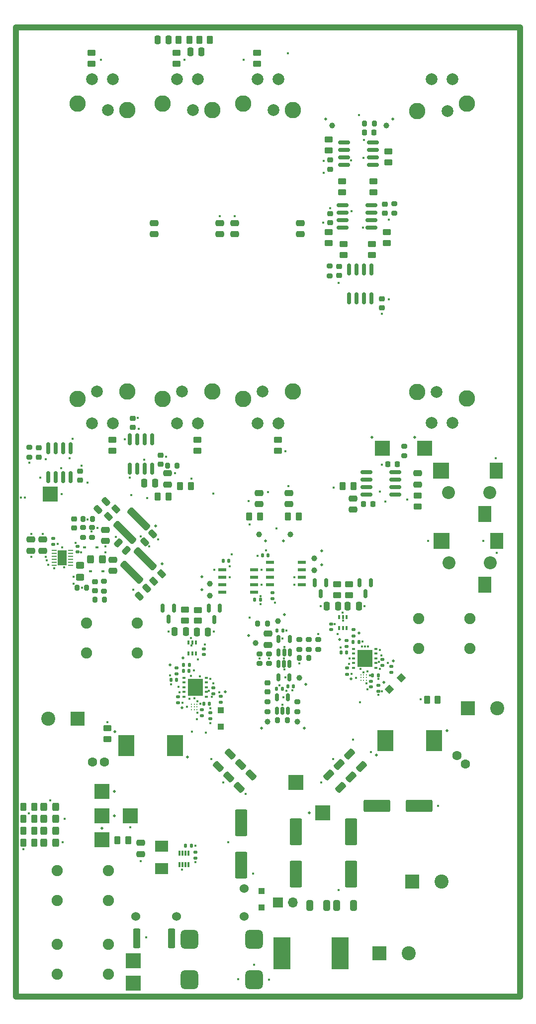
<source format=gbr>
%TF.GenerationSoftware,KiCad,Pcbnew,(6.0.7)*%
%TF.CreationDate,2023-01-25T09:18:12-05:00*%
%TF.ProjectId,amp,616d702e-6b69-4636-9164-5f7063625858,0.0*%
%TF.SameCoordinates,Original*%
%TF.FileFunction,Soldermask,Top*%
%TF.FilePolarity,Negative*%
%FSLAX46Y46*%
G04 Gerber Fmt 4.6, Leading zero omitted, Abs format (unit mm)*
G04 Created by KiCad (PCBNEW (6.0.7)) date 2023-01-25 09:18:12*
%MOMM*%
%LPD*%
G01*
G04 APERTURE LIST*
G04 Aperture macros list*
%AMRoundRect*
0 Rectangle with rounded corners*
0 $1 Rounding radius*
0 $2 $3 $4 $5 $6 $7 $8 $9 X,Y pos of 4 corners*
0 Add a 4 corners polygon primitive as box body*
4,1,4,$2,$3,$4,$5,$6,$7,$8,$9,$2,$3,0*
0 Add four circle primitives for the rounded corners*
1,1,$1+$1,$2,$3*
1,1,$1+$1,$4,$5*
1,1,$1+$1,$6,$7*
1,1,$1+$1,$8,$9*
0 Add four rect primitives between the rounded corners*
20,1,$1+$1,$2,$3,$4,$5,0*
20,1,$1+$1,$4,$5,$6,$7,0*
20,1,$1+$1,$6,$7,$8,$9,0*
20,1,$1+$1,$8,$9,$2,$3,0*%
%AMRotRect*
0 Rectangle, with rotation*
0 The origin of the aperture is its center*
0 $1 length*
0 $2 width*
0 $3 Rotation angle, in degrees counterclockwise*
0 Add horizontal line*
21,1,$1,$2,0,0,$3*%
G04 Aperture macros list end*
%TA.AperFunction,Profile*%
%ADD10C,1.000000*%
%TD*%
%ADD11R,2.500000X2.500000*%
%ADD12C,0.500000*%
%ADD13RoundRect,0.135000X-0.185000X0.135000X-0.185000X-0.135000X0.185000X-0.135000X0.185000X0.135000X0*%
%ADD14R,2.590800X2.997200*%
%ADD15R,0.609600X0.304800*%
%ADD16C,0.200000*%
%ADD17RoundRect,0.140000X0.140000X0.170000X-0.140000X0.170000X-0.140000X-0.170000X0.140000X-0.170000X0*%
%ADD18RoundRect,0.250000X0.450000X-0.262500X0.450000X0.262500X-0.450000X0.262500X-0.450000X-0.262500X0*%
%ADD19RoundRect,0.200000X-0.275000X0.200000X-0.275000X-0.200000X0.275000X-0.200000X0.275000X0.200000X0*%
%ADD20RoundRect,0.250001X-0.799999X1.999999X-0.799999X-1.999999X0.799999X-1.999999X0.799999X1.999999X0*%
%ADD21RoundRect,0.250000X-0.450000X0.325000X-0.450000X-0.325000X0.450000X-0.325000X0.450000X0.325000X0*%
%ADD22RoundRect,0.250000X-0.250000X-0.475000X0.250000X-0.475000X0.250000X0.475000X-0.250000X0.475000X0*%
%ADD23RoundRect,0.140000X-0.140000X-0.170000X0.140000X-0.170000X0.140000X0.170000X-0.140000X0.170000X0*%
%ADD24C,1.905000*%
%ADD25RoundRect,0.140000X0.170000X-0.140000X0.170000X0.140000X-0.170000X0.140000X-0.170000X-0.140000X0*%
%ADD26RoundRect,0.135000X0.185000X-0.135000X0.185000X0.135000X-0.185000X0.135000X-0.185000X-0.135000X0*%
%ADD27C,1.000000*%
%ADD28RoundRect,0.200000X0.200000X0.275000X-0.200000X0.275000X-0.200000X-0.275000X0.200000X-0.275000X0*%
%ADD29RoundRect,0.250000X0.475000X-0.250000X0.475000X0.250000X-0.475000X0.250000X-0.475000X-0.250000X0*%
%ADD30C,2.000000*%
%ADD31C,2.800000*%
%ADD32R,2.400000X2.400000*%
%ADD33C,2.400000*%
%ADD34RoundRect,0.225000X0.250000X-0.225000X0.250000X0.225000X-0.250000X0.225000X-0.250000X-0.225000X0*%
%ADD35RoundRect,0.250000X-0.132583X0.503814X-0.503814X0.132583X0.132583X-0.503814X0.503814X-0.132583X0*%
%ADD36RoundRect,0.250000X-0.475000X0.250000X-0.475000X-0.250000X0.475000X-0.250000X0.475000X0.250000X0*%
%ADD37RoundRect,0.250000X0.362500X1.425000X-0.362500X1.425000X-0.362500X-1.425000X0.362500X-1.425000X0*%
%ADD38RoundRect,0.150000X-0.150000X0.825000X-0.150000X-0.825000X0.150000X-0.825000X0.150000X0.825000X0*%
%ADD39RoundRect,0.200000X0.275000X-0.200000X0.275000X0.200000X-0.275000X0.200000X-0.275000X-0.200000X0*%
%ADD40RoundRect,0.250000X0.262500X0.450000X-0.262500X0.450000X-0.262500X-0.450000X0.262500X-0.450000X0*%
%ADD41R,0.400000X0.650000*%
%ADD42R,1.700000X1.700000*%
%ADD43O,1.700000X1.700000*%
%ADD44R,1.460500X0.533400*%
%ADD45RoundRect,0.150000X-0.150000X0.512500X-0.150000X-0.512500X0.150000X-0.512500X0.150000X0.512500X0*%
%ADD46RoundRect,0.250000X0.250000X0.475000X-0.250000X0.475000X-0.250000X-0.475000X0.250000X-0.475000X0*%
%ADD47RoundRect,0.250000X-0.325000X-0.450000X0.325000X-0.450000X0.325000X0.450000X-0.325000X0.450000X0*%
%ADD48RoundRect,0.140000X-0.170000X0.140000X-0.170000X-0.140000X0.170000X-0.140000X0.170000X0.140000X0*%
%ADD49RoundRect,0.312500X1.661701X-1.219759X-1.219759X1.661701X-1.661701X1.219759X1.219759X-1.661701X0*%
%ADD50RoundRect,0.200000X-0.200000X-0.275000X0.200000X-0.275000X0.200000X0.275000X-0.200000X0.275000X0*%
%ADD51RoundRect,0.250000X-0.450000X0.262500X-0.450000X-0.262500X0.450000X-0.262500X0.450000X0.262500X0*%
%ADD52RoundRect,0.150000X-0.150000X0.587500X-0.150000X-0.587500X0.150000X-0.587500X0.150000X0.587500X0*%
%ADD53RoundRect,0.250000X0.689429X0.229810X0.229810X0.689429X-0.689429X-0.229810X-0.229810X-0.689429X0*%
%ADD54RoundRect,0.250000X-0.159099X0.512652X-0.512652X0.159099X0.159099X-0.512652X0.512652X-0.159099X0*%
%ADD55RoundRect,0.250001X-1.999999X-0.799999X1.999999X-0.799999X1.999999X0.799999X-1.999999X0.799999X0*%
%ADD56RoundRect,0.225000X-0.250000X0.225000X-0.250000X-0.225000X0.250000X-0.225000X0.250000X0.225000X0*%
%ADD57R,0.300000X0.850000*%
%ADD58R,0.600000X0.450000*%
%ADD59C,1.524000*%
%ADD60RoundRect,0.250000X-0.262500X-0.450000X0.262500X-0.450000X0.262500X0.450000X-0.262500X0.450000X0*%
%ADD61C,2.209800*%
%ADD62R,2.209800X2.794000*%
%ADD63R,2.794000X2.794000*%
%ADD64RoundRect,0.135000X0.135000X0.185000X-0.135000X0.185000X-0.135000X-0.185000X0.135000X-0.185000X0*%
%ADD65RoundRect,0.250000X0.512652X0.159099X0.159099X0.512652X-0.512652X-0.159099X-0.159099X-0.512652X0*%
%ADD66RoundRect,0.150000X-0.825000X-0.150000X0.825000X-0.150000X0.825000X0.150000X-0.825000X0.150000X0*%
%ADD67C,1.600000*%
%ADD68R,2.286000X1.854500*%
%ADD69RoundRect,0.062500X0.362500X0.062500X-0.362500X0.062500X-0.362500X-0.062500X0.362500X-0.062500X0*%
%ADD70R,1.600000X2.500000*%
%ADD71RoundRect,0.225000X0.225000X0.250000X-0.225000X0.250000X-0.225000X-0.250000X0.225000X-0.250000X0*%
%ADD72R,2.900000X5.400000*%
%ADD73RoundRect,0.250000X-0.229810X0.689429X-0.689429X0.229810X0.229810X-0.689429X0.689429X-0.229810X0*%
%ADD74RoundRect,0.150000X0.150000X-0.825000X0.150000X0.825000X-0.150000X0.825000X-0.150000X-0.825000X0*%
%ADD75RoundRect,0.150000X0.150000X-0.512500X0.150000X0.512500X-0.150000X0.512500X-0.150000X-0.512500X0*%
%ADD76R,1.100000X1.100000*%
%ADD77RoundRect,0.750000X-0.750000X-0.875000X0.750000X-0.875000X0.750000X0.875000X-0.750000X0.875000X0*%
%ADD78R,2.700000X3.600000*%
%ADD79RotRect,1.100000X1.100000X225.000000*%
%ADD80RoundRect,0.250000X0.325000X0.450000X-0.325000X0.450000X-0.325000X-0.450000X0.325000X-0.450000X0*%
%ADD81RoundRect,0.250000X-0.325000X-0.650000X0.325000X-0.650000X0.325000X0.650000X-0.325000X0.650000X0*%
%ADD82RoundRect,0.250000X0.325000X0.650000X-0.325000X0.650000X-0.325000X-0.650000X0.325000X-0.650000X0*%
%ADD83C,0.400000*%
G04 APERTURE END LIST*
D10*
X161080000Y-150000000D02*
X247000000Y-150000000D01*
X247000000Y-150000000D02*
X247000000Y-314760000D01*
X247000000Y-314760000D02*
X161080000Y-314760000D01*
X161080000Y-314760000D02*
X161080000Y-150000000D01*
D11*
%TO.C,*%
X167000000Y-229300000D03*
%TD*%
D12*
%TO.C,REF\u002A\u002A*%
X219500000Y-252900000D03*
%TD*%
%TO.C,*%
X219500000Y-252900000D03*
%TD*%
%TO.C,REF\u002A\u002A*%
X187400000Y-258400000D03*
%TD*%
%TO.C,*%
X187400000Y-258400000D03*
%TD*%
%TO.C,REF\u002A\u002A*%
X216200000Y-254000000D03*
%TD*%
%TO.C,*%
X216200000Y-254000000D03*
%TD*%
%TO.C,REF\u002A\u002A*%
X189600000Y-257200000D03*
%TD*%
%TO.C,*%
X189600000Y-257200000D03*
%TD*%
%TO.C,REF\u002A\u002A*%
X225300000Y-165600000D03*
%TD*%
%TO.C,*%
X225300000Y-165600000D03*
%TD*%
%TO.C,REF\u002A\u002A*%
X213900000Y-165600000D03*
%TD*%
%TO.C,*%
X213900000Y-165600000D03*
%TD*%
%TO.C,REF\u002A\u002A*%
X229000000Y-219700000D03*
%TD*%
%TO.C,*%
X229000000Y-219700000D03*
%TD*%
%TO.C,REF\u002A\u002A*%
X221700000Y-219700000D03*
%TD*%
%TO.C,*%
X221700000Y-219700000D03*
%TD*%
%TO.C,REF\u002A\u002A*%
X223800000Y-261300000D03*
%TD*%
%TO.C,*%
X223800000Y-261300000D03*
%TD*%
%TO.C,REF\u002A\u002A*%
X225400000Y-257700000D03*
%TD*%
%TO.C,*%
X225400000Y-257700000D03*
%TD*%
%TO.C,REF\u002A\u002A*%
X211100000Y-283500000D03*
%TD*%
%TO.C,*%
X211100000Y-283500000D03*
%TD*%
%TO.C,REF\u002A\u002A*%
X175800000Y-286100000D03*
%TD*%
%TO.C,*%
X175800000Y-286100000D03*
%TD*%
%TO.C,REF\u002A\u002A*%
X177900000Y-279900000D03*
%TD*%
%TO.C,*%
X177900000Y-279900000D03*
%TD*%
%TO.C,REF\u002A\u002A*%
X177900000Y-284000000D03*
%TD*%
%TO.C,*%
X177900000Y-284000000D03*
%TD*%
%TO.C,REF\u002A\u002A*%
X184900000Y-234700000D03*
%TD*%
%TO.C,*%
X184900000Y-234700000D03*
%TD*%
%TO.C,REF\u002A\u002A*%
X186000000Y-241200000D03*
%TD*%
%TO.C,*%
X186000000Y-241200000D03*
%TD*%
%TO.C,REF\u002A\u002A*%
X234500000Y-269500000D03*
%TD*%
%TO.C,*%
X234500000Y-269500000D03*
%TD*%
%TO.C,REF\u002A\u002A*%
X222500000Y-273700000D03*
%TD*%
%TO.C,*%
X222500000Y-273700000D03*
%TD*%
%TO.C,REF\u002A\u002A*%
X178000000Y-269700000D03*
%TD*%
%TO.C,*%
X178000000Y-269700000D03*
%TD*%
%TO.C,REF\u002A\u002A*%
X190300000Y-274000000D03*
%TD*%
%TO.C,*%
X190300000Y-274000000D03*
%TD*%
%TO.C,REF\u002A\u002A*%
X206700000Y-237300000D03*
%TD*%
%TO.C,*%
X206700000Y-237300000D03*
%TD*%
%TO.C,REF\u002A\u002A*%
X203600000Y-237300000D03*
%TD*%
%TO.C,*%
X203600000Y-237300000D03*
%TD*%
%TO.C,REF\u002A\u002A*%
X213200000Y-239000000D03*
%TD*%
%TO.C,*%
X213200000Y-239000000D03*
%TD*%
%TO.C,REF\u002A\u002A*%
X213200000Y-241300000D03*
%TD*%
%TO.C,*%
X213200000Y-241300000D03*
%TD*%
%TO.C,REF\u002A\u002A*%
X192800000Y-243399999D03*
%TD*%
%TO.C,*%
X192800000Y-243399999D03*
%TD*%
%TO.C,REF\u002A\u002A*%
X192800000Y-245600000D03*
%TD*%
%TO.C,*%
X192800000Y-245600000D03*
%TD*%
%TO.C,REF\u002A\u002A*%
X200700000Y-253400000D03*
%TD*%
%TO.C,*%
X200700000Y-253400000D03*
%TD*%
%TO.C,REF\u002A\u002A*%
X206800000Y-249800000D03*
%TD*%
%TO.C,*%
X206800000Y-249800000D03*
%TD*%
%TO.C,REF\u002A\u002A*%
X189400000Y-265600000D03*
%TD*%
%TO.C,*%
X189400000Y-265600000D03*
%TD*%
%TO.C,REF\u002A\u002A*%
X196800000Y-262900000D03*
%TD*%
%TO.C,*%
X196800000Y-262900000D03*
%TD*%
%TO.C,REF\u002A\u002A*%
X218200000Y-260700000D03*
%TD*%
%TO.C,*%
X218200000Y-260700000D03*
%TD*%
%TO.C,*%
X202900000Y-269100000D03*
%TD*%
%TO.C,REF\u002A\u002A*%
X202900000Y-269100000D03*
%TD*%
%TO.C,REF\u002A\u002A*%
X210200000Y-269100000D03*
%TD*%
%TO.C,*%
X210200000Y-269100000D03*
%TD*%
%TO.C,REF\u002A\u002A*%
X210500000Y-261700000D03*
%TD*%
D13*
%TO.C,R61*%
X223526800Y-258429300D03*
X223526800Y-257409300D03*
%TD*%
D14*
%TO.C,U14*%
X220539300Y-257239300D03*
D15*
X218634300Y-258839299D03*
X218634300Y-258039301D03*
X218634300Y-257239300D03*
X218634300Y-256439302D03*
X218634300Y-255639301D03*
X222444300Y-255639301D03*
X222444300Y-256439299D03*
X222444300Y-257239300D03*
X222444300Y-258039298D03*
X222444300Y-258839299D03*
%TD*%
D11*
%TO.C,*%
X208800000Y-278300000D03*
%TD*%
D16*
%TO.C,Q2*%
X191931500Y-265050000D03*
X191481500Y-265050000D03*
X191031500Y-265050000D03*
X191931500Y-265500000D03*
X191481500Y-265500000D03*
X191031500Y-265500000D03*
X191931500Y-265950000D03*
X191481500Y-265950000D03*
X191031500Y-265950000D03*
%TD*%
D17*
%TO.C,C59*%
X216446800Y-256221300D03*
X217406800Y-256221300D03*
%TD*%
D18*
%TO.C,R27*%
X202184000Y-156146500D03*
X202184000Y-154321500D03*
%TD*%
D19*
%TO.C,R70*%
X202600000Y-256475000D03*
X202600000Y-258125000D03*
%TD*%
D20*
%TO.C,C15*%
X208788000Y-286722000D03*
X208788000Y-293922000D03*
%TD*%
D21*
%TO.C,L3*%
X172068000Y-241413000D03*
X172068000Y-243463000D03*
%TD*%
D22*
%TO.C,C64*%
X217622500Y-248374000D03*
X219522500Y-248374000D03*
%TD*%
D23*
%TO.C,C12*%
X205522000Y-262440000D03*
X206482000Y-262440000D03*
%TD*%
D24*
%TO.C,J2*%
X168135900Y-293324000D03*
X176835903Y-293324000D03*
X168135900Y-298404000D03*
X176835903Y-298404000D03*
%TD*%
D25*
%TO.C,C34*%
X171600000Y-239180000D03*
X171600000Y-238220000D03*
%TD*%
D26*
%TO.C,R71*%
X222826800Y-262829300D03*
X222826800Y-261809300D03*
%TD*%
D27*
%TO.C,TP20*%
X211902500Y-242278000D03*
%TD*%
D28*
%TO.C,R80*%
X222125000Y-166300000D03*
X220475000Y-166300000D03*
%TD*%
D11*
%TO.C,TP2*%
X181102000Y-308610000D03*
%TD*%
D29*
%TO.C,C44*%
X177656000Y-242372000D03*
X177656000Y-240472000D03*
%TD*%
D18*
%TO.C,R18*%
X216662000Y-177990500D03*
X216662000Y-176165500D03*
%TD*%
%TO.C,R32*%
X188468000Y-156146500D03*
X188468000Y-154321500D03*
%TD*%
D30*
%TO.C,R30*%
X192064000Y-158790000D03*
X191264000Y-164040000D03*
X192064000Y-217290000D03*
X188564000Y-158790000D03*
X189364000Y-211840000D03*
X188564000Y-217290000D03*
D31*
X194564000Y-164040000D03*
X194564000Y-211840000D03*
X186064000Y-162940000D03*
X186064000Y-213140000D03*
%TD*%
D32*
%TO.C,C79*%
X171620459Y-267500000D03*
D33*
X166620459Y-267500000D03*
%TD*%
D34*
%TO.C,C84*%
X223400000Y-197675000D03*
X223400000Y-196125000D03*
%TD*%
D35*
%TO.C,R49*%
X185895235Y-242854765D03*
X184604765Y-244145235D03*
%TD*%
D36*
%TO.C,C38*%
X186952000Y-225780000D03*
X186952000Y-227680000D03*
%TD*%
D23*
%TO.C,C8*%
X208380000Y-262000000D03*
X207420000Y-262000000D03*
%TD*%
D18*
%TO.C,R66*%
X215778500Y-246492500D03*
X215778500Y-244667500D03*
%TD*%
D27*
%TO.C,TP21*%
X194122500Y-246596000D03*
%TD*%
D37*
%TO.C,R3*%
X187620500Y-304800000D03*
X181695500Y-304800000D03*
%TD*%
D38*
%TO.C,U8*%
X184345000Y-220025000D03*
X183075000Y-220025000D03*
X181805000Y-220025000D03*
X180535000Y-220025000D03*
X180535000Y-224975000D03*
X181805000Y-224975000D03*
X183075000Y-224975000D03*
X184345000Y-224975000D03*
%TD*%
D39*
%TO.C,R10*%
X209400000Y-254075000D03*
X209400000Y-255725000D03*
%TD*%
D40*
%TO.C,R23*%
X164234500Y-286512000D03*
X162409500Y-286512000D03*
%TD*%
D41*
%TO.C,U16*%
X217444500Y-250218000D03*
X216794500Y-250218000D03*
X216144500Y-250218000D03*
X216144500Y-252118000D03*
X216794500Y-252118000D03*
X217444500Y-252118000D03*
%TD*%
D30*
%TO.C,R11*%
X231930000Y-217250000D03*
X232730000Y-212000000D03*
X231930000Y-158750000D03*
X235430000Y-217250000D03*
X234630000Y-164200000D03*
X235430000Y-158750000D03*
D31*
X229430000Y-212000000D03*
X229430000Y-164200000D03*
X237930000Y-213100000D03*
X237930000Y-162900000D03*
%TD*%
D28*
%TO.C,R12*%
X203925000Y-251300000D03*
X202275000Y-251300000D03*
%TD*%
D42*
%TO.C,JP1*%
X205735000Y-298704000D03*
D43*
X208275000Y-298704000D03*
%TD*%
D19*
%TO.C,R39*%
X172576000Y-235009000D03*
X172576000Y-236659000D03*
%TD*%
D44*
%TO.C,U13*%
X201672650Y-245961000D03*
X201672650Y-244691000D03*
X201672650Y-243421000D03*
X201672650Y-242151000D03*
X196224350Y-242151000D03*
X196224350Y-243421000D03*
X196224350Y-244691000D03*
X196224350Y-245961000D03*
%TD*%
D45*
%TO.C,U3*%
X207714000Y-258188500D03*
X206764000Y-258188500D03*
X205814000Y-258188500D03*
X205814000Y-260463500D03*
X207714000Y-260463500D03*
%TD*%
D36*
%TO.C,C51*%
X202504500Y-229136000D03*
X202504500Y-231036000D03*
%TD*%
D44*
%TO.C,U12*%
X204352350Y-240881000D03*
X204352350Y-242151000D03*
X204352350Y-243421000D03*
X204352350Y-244691000D03*
X209800650Y-244691000D03*
X209800650Y-243421000D03*
X209800650Y-242151000D03*
X209800650Y-240881000D03*
%TD*%
D46*
%TO.C,C65*%
X215966500Y-248374000D03*
X214066500Y-248374000D03*
%TD*%
D40*
%TO.C,R5*%
X218574500Y-228000000D03*
X216749500Y-228000000D03*
%TD*%
D26*
%TO.C,R72*%
X194250000Y-266490000D03*
X194250000Y-267510000D03*
%TD*%
D22*
%TO.C,C66*%
X191933500Y-252733000D03*
X193833500Y-252733000D03*
%TD*%
D47*
%TO.C,D6*%
X165853000Y-284480000D03*
X167903000Y-284480000D03*
%TD*%
D48*
%TO.C,C74*%
X192750000Y-266020000D03*
X192750000Y-266980000D03*
%TD*%
D49*
%TO.C,L6*%
X179688000Y-235834000D03*
X181986097Y-233535903D03*
%TD*%
D48*
%TO.C,C80*%
X193100000Y-255620000D03*
X193100000Y-256580000D03*
%TD*%
D50*
%TO.C,R47*%
X171497000Y-245232000D03*
X173147000Y-245232000D03*
%TD*%
D51*
%TO.C,R78*%
X176662500Y-269127500D03*
X176662500Y-270952500D03*
%TD*%
D39*
%TO.C,R38*%
X176132000Y-245803000D03*
X176132000Y-244153000D03*
%TD*%
D52*
%TO.C,D13*%
X188026500Y-248706500D03*
X186126500Y-248706500D03*
X187076500Y-250581500D03*
%TD*%
D53*
%TO.C,C81*%
X216434983Y-279172983D03*
X214349017Y-277087017D03*
%TD*%
D13*
%TO.C,R59*%
X225026800Y-258609300D03*
X225026800Y-259629300D03*
%TD*%
D54*
%TO.C,C47*%
X176421751Y-230578249D03*
X175078249Y-231921751D03*
%TD*%
D19*
%TO.C,R82*%
X214500000Y-190575000D03*
X214500000Y-192225000D03*
%TD*%
D29*
%TO.C,C4*%
X218500000Y-231950000D03*
X218500000Y-230050000D03*
%TD*%
D13*
%TO.C,R56*%
X217426800Y-255207300D03*
X217426800Y-254187300D03*
%TD*%
D55*
%TO.C,C17*%
X229800000Y-282300000D03*
X222600000Y-282300000D03*
%TD*%
D40*
%TO.C,R13*%
X164234500Y-288544000D03*
X162409500Y-288544000D03*
%TD*%
D18*
%TO.C,R65*%
X217810500Y-246492500D03*
X217810500Y-244667500D03*
%TD*%
D52*
%TO.C,D11*%
X213934500Y-244388500D03*
X212034500Y-244388500D03*
X212984500Y-246263500D03*
%TD*%
D11*
%TO.C,TP15*%
X175800000Y-284000000D03*
%TD*%
D47*
%TO.C,D7*%
X165853000Y-282448000D03*
X167903000Y-282448000D03*
%TD*%
D48*
%TO.C,C28*%
X214800000Y-251420000D03*
X214800000Y-252380000D03*
%TD*%
D15*
%TO.C,U15*%
X193553500Y-263755999D03*
X193553500Y-262955998D03*
X193553500Y-262156000D03*
X193553500Y-261355999D03*
X193553500Y-260556001D03*
X189743500Y-260556001D03*
X189743500Y-261356002D03*
X189743500Y-262156000D03*
X189743500Y-262956001D03*
X189743500Y-263755999D03*
D14*
X191648500Y-262156000D03*
%TD*%
D56*
%TO.C,C85*%
X172000000Y-225425000D03*
X172000000Y-226975000D03*
%TD*%
D28*
%TO.C,R48*%
X174163000Y-233548000D03*
X172513000Y-233548000D03*
%TD*%
D57*
%TO.C,U10*%
X190488000Y-290388000D03*
X189988000Y-290388000D03*
X189488000Y-290388000D03*
X188988000Y-290388000D03*
X188988000Y-292288000D03*
X189488000Y-292288000D03*
X189988000Y-292288000D03*
X190488000Y-292288000D03*
%TD*%
D58*
%TO.C,D4*%
X175912000Y-242438000D03*
X173812000Y-242438000D03*
%TD*%
D59*
%TO.C,K1*%
X199979000Y-296404000D03*
X181479000Y-301104000D03*
X188479000Y-301104000D03*
X199979000Y-301104000D03*
%TD*%
D16*
%TO.C,Q1*%
X220781800Y-260064300D03*
X220331800Y-260064300D03*
X219881800Y-260064300D03*
X220781800Y-260514300D03*
X220331800Y-260514300D03*
X219881800Y-260514300D03*
X220781800Y-260964300D03*
X220331800Y-260964300D03*
X219881800Y-260964300D03*
%TD*%
D18*
%TO.C,R67*%
X192121500Y-250851500D03*
X192121500Y-249026500D03*
%TD*%
D11*
%TO.C,TP9*%
X180600000Y-284000000D03*
%TD*%
D40*
%TO.C,R51*%
X164234500Y-284480000D03*
X162409500Y-284480000D03*
%TD*%
D53*
%TO.C,C26*%
X219990983Y-275616983D03*
X217905017Y-273531017D03*
%TD*%
D60*
%TO.C,R77*%
X231102500Y-264250000D03*
X232927500Y-264250000D03*
%TD*%
D58*
%TO.C,D5*%
X174896000Y-238374000D03*
X172796000Y-238374000D03*
%TD*%
D39*
%TO.C,R83*%
X227200000Y-222825000D03*
X227200000Y-221175000D03*
%TD*%
D41*
%TO.C,U17*%
X191790500Y-254536000D03*
X191140500Y-254536000D03*
X190490500Y-254536000D03*
X190490500Y-256436000D03*
X191140500Y-256436000D03*
X191790500Y-256436000D03*
%TD*%
D36*
%TO.C,C50*%
X207584500Y-229136000D03*
X207584500Y-231036000D03*
%TD*%
D60*
%TO.C,R34*%
X188805500Y-152112000D03*
X190630500Y-152112000D03*
%TD*%
D18*
%TO.C,R14*%
X216916000Y-188658500D03*
X216916000Y-186833500D03*
%TD*%
D61*
%TO.C,J4*%
X241882199Y-241002000D03*
X234882201Y-241002000D03*
D62*
X240982158Y-244702018D03*
X242982200Y-237302000D03*
D63*
X233582201Y-237302000D03*
%TD*%
D61*
%TO.C,J3*%
X241814199Y-229024000D03*
X234814201Y-229024000D03*
D62*
X240914158Y-232724018D03*
X242914200Y-225324000D03*
D63*
X233514201Y-225324000D03*
%TD*%
D29*
%TO.C,C82*%
X163686000Y-238950000D03*
X163686000Y-237050000D03*
%TD*%
D18*
%TO.C,R17*%
X224282000Y-186626500D03*
X224282000Y-184801500D03*
%TD*%
D48*
%TO.C,C87*%
X204800000Y-246120000D03*
X204800000Y-247080000D03*
%TD*%
D27*
%TO.C,TP13*%
X224200000Y-166700000D03*
%TD*%
D36*
%TO.C,C36*%
X184658000Y-183240000D03*
X184658000Y-185140000D03*
%TD*%
D54*
%TO.C,C49*%
X184421751Y-236078249D03*
X183078249Y-237421751D03*
%TD*%
D19*
%TO.C,R2*%
X209050000Y-266313000D03*
X209050000Y-264663000D03*
%TD*%
D40*
%TO.C,R37*%
X190912500Y-228000000D03*
X189087500Y-228000000D03*
%TD*%
D36*
%TO.C,C5*%
X229500000Y-225800000D03*
X229500000Y-227700000D03*
%TD*%
D27*
%TO.C,TP12*%
X215000000Y-166700000D03*
%TD*%
D64*
%TO.C,R57*%
X190634500Y-258346000D03*
X189614500Y-258346000D03*
%TD*%
D27*
%TO.C,TP4*%
X203970000Y-268000000D03*
%TD*%
%TO.C,TP1*%
X209050000Y-268000000D03*
%TD*%
D32*
%TO.C,C9*%
X228600000Y-295148000D03*
D33*
X233600000Y-295148000D03*
%TD*%
D65*
%TO.C,C48*%
X179921751Y-238921751D03*
X178578249Y-237578249D03*
%TD*%
D66*
%TO.C,U4*%
X220775000Y-225595000D03*
X220775000Y-226865000D03*
X220775000Y-228135000D03*
X220775000Y-229405000D03*
X225725000Y-229405000D03*
X225725000Y-228135000D03*
X225725000Y-226865000D03*
X225725000Y-225595000D03*
%TD*%
D18*
%TO.C,R19*%
X221996000Y-177990500D03*
X221996000Y-176165500D03*
%TD*%
D67*
%TO.C,C72*%
X236200000Y-273800000D03*
X237614214Y-275214214D03*
%TD*%
D48*
%TO.C,C68*%
X221526800Y-261139300D03*
X221526800Y-262099300D03*
%TD*%
D11*
%TO.C,TP14*%
X175768000Y-288036000D03*
%TD*%
D56*
%TO.C,C19*%
X165000000Y-221475000D03*
X165000000Y-223025000D03*
%TD*%
D18*
%TO.C,R21*%
X224536000Y-172910500D03*
X224536000Y-171085500D03*
%TD*%
D53*
%TO.C,C24*%
X218212983Y-277394983D03*
X216127017Y-275309017D03*
%TD*%
D17*
%TO.C,C61*%
X188480000Y-260886000D03*
X187520000Y-260886000D03*
%TD*%
D60*
%TO.C,R53*%
X207434000Y-233134000D03*
X209259000Y-233134000D03*
%TD*%
D20*
%TO.C,C10*%
X218186000Y-286722000D03*
X218186000Y-293922000D03*
%TD*%
D32*
%TO.C,C78*%
X238103541Y-265712000D03*
D33*
X243103541Y-265712000D03*
%TD*%
D68*
%TO.C,L2*%
X185928000Y-292976250D03*
X185928000Y-289191750D03*
%TD*%
D23*
%TO.C,C60*%
X189644500Y-259362000D03*
X190604500Y-259362000D03*
%TD*%
D39*
%TO.C,R69*%
X204200000Y-258125000D03*
X204200000Y-256475000D03*
%TD*%
D18*
%TO.C,R15*%
X221742000Y-188658500D03*
X221742000Y-186833500D03*
%TD*%
D60*
%TO.C,R22*%
X178411500Y-288200000D03*
X180236500Y-288200000D03*
%TD*%
D69*
%TO.C,U11*%
X170445000Y-241402000D03*
X170445000Y-240902000D03*
X170445000Y-240402000D03*
X170445000Y-239902000D03*
X170445000Y-239402000D03*
X170445000Y-238902000D03*
X167595000Y-238902000D03*
X167595000Y-239402000D03*
X167595000Y-239902000D03*
X167595000Y-240402000D03*
X167595000Y-240902000D03*
X167595000Y-241402000D03*
D70*
X169020000Y-240152000D03*
%TD*%
D71*
%TO.C,C11*%
X224475000Y-224250000D03*
X226025000Y-224250000D03*
%TD*%
D13*
%TO.C,R64*%
X188750000Y-263740000D03*
X188750000Y-264760000D03*
%TD*%
D46*
%TO.C,C42*%
X187112000Y-152112000D03*
X185212000Y-152112000D03*
%TD*%
D36*
%TO.C,C45*%
X176386000Y-235392000D03*
X176386000Y-237292000D03*
%TD*%
D46*
%TO.C,C67*%
X190058500Y-252692000D03*
X188158500Y-252692000D03*
%TD*%
D51*
%TO.C,R6*%
X229500000Y-229587500D03*
X229500000Y-231412500D03*
%TD*%
D66*
%TO.C,U6*%
X216727000Y-180253000D03*
X216727000Y-181523000D03*
X216727000Y-182793000D03*
X216727000Y-184063000D03*
X221677000Y-184063000D03*
X221677000Y-182793000D03*
X221677000Y-181523000D03*
X221677000Y-180253000D03*
%TD*%
D56*
%TO.C,C14*%
X216138000Y-190635000D03*
X216138000Y-192185000D03*
%TD*%
D20*
%TO.C,C13*%
X199500000Y-285198000D03*
X199500000Y-292398000D03*
%TD*%
D50*
%TO.C,R84*%
X186925000Y-224500000D03*
X188575000Y-224500000D03*
%TD*%
D47*
%TO.C,D2*%
X165853000Y-288544000D03*
X167903000Y-288544000D03*
%TD*%
D72*
%TO.C,L1*%
X206378000Y-307340000D03*
X216278000Y-307340000D03*
%TD*%
D39*
%TO.C,R41*%
X174100000Y-236659000D03*
X174100000Y-235009000D03*
%TD*%
D13*
%TO.C,R60*%
X196000000Y-263688000D03*
X196000000Y-264708000D03*
%TD*%
D50*
%TO.C,R1*%
X205685000Y-267774000D03*
X207335000Y-267774000D03*
%TD*%
D11*
%TO.C,TP6*%
X223500000Y-221500000D03*
%TD*%
D73*
%TO.C,C22*%
X199416983Y-275309017D03*
X197331017Y-277394983D03*
%TD*%
D18*
%TO.C,R26*%
X205740000Y-221932500D03*
X205740000Y-220107500D03*
%TD*%
D74*
%TO.C,U2*%
X166595000Y-226475000D03*
X167865000Y-226475000D03*
X169135000Y-226475000D03*
X170405000Y-226475000D03*
X170405000Y-221525000D03*
X169135000Y-221525000D03*
X167865000Y-221525000D03*
X166595000Y-221525000D03*
%TD*%
D75*
%TO.C,U1*%
X205560000Y-266117500D03*
X206510000Y-266117500D03*
X207460000Y-266117500D03*
X207460000Y-263842500D03*
X205560000Y-263842500D03*
%TD*%
D13*
%TO.C,R58*%
X188500000Y-258852000D03*
X188500000Y-259872000D03*
%TD*%
D47*
%TO.C,D3*%
X165853000Y-286512000D03*
X167903000Y-286512000D03*
%TD*%
D11*
%TO.C,TP7*%
X230750000Y-221500000D03*
%TD*%
%TO.C,TP8*%
X213360000Y-283464000D03*
%TD*%
D56*
%TO.C,C76*%
X214600000Y-172525000D03*
X214600000Y-174075000D03*
%TD*%
D76*
%TO.C,D9*%
X196000000Y-266100000D03*
X196000000Y-268900000D03*
%TD*%
D60*
%TO.C,R35*%
X185277500Y-229778000D03*
X187102500Y-229778000D03*
%TD*%
D28*
%TO.C,R7*%
X209375000Y-257200000D03*
X211025000Y-257200000D03*
%TD*%
D46*
%TO.C,C37*%
X192700000Y-154144000D03*
X190800000Y-154144000D03*
%TD*%
D19*
%TO.C,R4*%
X203970000Y-266313000D03*
X203970000Y-264663000D03*
%TD*%
D27*
%TO.C,TP5*%
X209400000Y-260600000D03*
%TD*%
D18*
%TO.C,R31*%
X192024000Y-221932500D03*
X192024000Y-220107500D03*
%TD*%
D30*
%TO.C,R43*%
X177586000Y-158790000D03*
X176786000Y-164040000D03*
X177586000Y-217290000D03*
X174086000Y-158790000D03*
X174886000Y-211840000D03*
X174086000Y-217290000D03*
D31*
X180086000Y-164040000D03*
X180086000Y-211840000D03*
X171586000Y-162940000D03*
X171586000Y-213140000D03*
%TD*%
D77*
%TO.C,FL1*%
X190688000Y-304981000D03*
X201688000Y-304981000D03*
X190688000Y-311856000D03*
X201688000Y-311856000D03*
%TD*%
D78*
%TO.C,L8*%
X188178500Y-272062000D03*
X179878500Y-272062000D03*
%TD*%
D79*
%TO.C,D8*%
X226716749Y-260529351D03*
X224736851Y-262509249D03*
%TD*%
D80*
%TO.C,L4*%
X175887000Y-240406000D03*
X173837000Y-240406000D03*
%TD*%
D36*
%TO.C,C35*%
X195834000Y-183240000D03*
X195834000Y-185140000D03*
%TD*%
D75*
%TO.C,U9*%
X205850000Y-256237500D03*
X206800000Y-256237500D03*
X207750000Y-256237500D03*
X207750000Y-253962500D03*
X205850000Y-253962500D03*
%TD*%
D34*
%TO.C,C1*%
X203970000Y-262961000D03*
X203970000Y-261411000D03*
%TD*%
D27*
%TO.C,TP22*%
X194122500Y-244564000D03*
%TD*%
D78*
%TO.C,L7*%
X224027500Y-271200000D03*
X232327500Y-271200000D03*
%TD*%
D29*
%TO.C,C31*%
X209550000Y-185140000D03*
X209550000Y-183240000D03*
%TD*%
D49*
%TO.C,L5*%
X180815597Y-242649049D03*
X183113694Y-240350952D03*
%TD*%
D18*
%TO.C,R44*%
X177546000Y-221932500D03*
X177546000Y-220107500D03*
%TD*%
D30*
%TO.C,R25*%
X205780000Y-158790000D03*
X204980000Y-164040000D03*
X205780000Y-217290000D03*
X202280000Y-158790000D03*
X203080000Y-211840000D03*
X202280000Y-217290000D03*
D31*
X208280000Y-164040000D03*
X208280000Y-211840000D03*
X199780000Y-162940000D03*
X199780000Y-213140000D03*
%TD*%
D18*
%TO.C,R20*%
X214376000Y-170878500D03*
X214376000Y-169053500D03*
%TD*%
D19*
%TO.C,R79*%
X163400000Y-221375000D03*
X163400000Y-223025000D03*
%TD*%
D18*
%TO.C,R16*%
X214376000Y-186626500D03*
X214376000Y-184801500D03*
%TD*%
D73*
%TO.C,C20*%
X201194983Y-277087017D03*
X199109017Y-279172983D03*
%TD*%
D23*
%TO.C,C56*%
X201770000Y-247250000D03*
X202730000Y-247250000D03*
%TD*%
D52*
%TO.C,D12*%
X195865500Y-248747500D03*
X193965500Y-248747500D03*
X194915500Y-250622500D03*
%TD*%
D27*
%TO.C,TP11*%
X205700000Y-250900000D03*
%TD*%
D13*
%TO.C,R62*%
X217526800Y-258909300D03*
X217526800Y-259929300D03*
%TD*%
D67*
%TO.C,C75*%
X176154500Y-274866000D03*
X174154500Y-274866000D03*
%TD*%
D40*
%TO.C,R54*%
X202655000Y-233134000D03*
X200830000Y-233134000D03*
%TD*%
D81*
%TO.C,C2*%
X211123000Y-299212000D03*
X214073000Y-299212000D03*
%TD*%
D73*
%TO.C,C23*%
X197638983Y-273531017D03*
X195553017Y-275616983D03*
%TD*%
D32*
%TO.C,C7*%
X222974041Y-307340000D03*
D33*
X227974041Y-307340000D03*
%TD*%
D34*
%TO.C,C16*%
X185750000Y-224275000D03*
X185750000Y-222725000D03*
%TD*%
D11*
%TO.C,TP3*%
X181102000Y-312420000D03*
%TD*%
D25*
%TO.C,C39*%
X167496000Y-236878000D03*
X167496000Y-237838000D03*
%TD*%
D34*
%TO.C,C40*%
X174608000Y-245753000D03*
X174608000Y-244203000D03*
%TD*%
D56*
%TO.C,C77*%
X181000000Y-216425000D03*
X181000000Y-217975000D03*
%TD*%
D24*
%TO.C,J5*%
X238396600Y-255598000D03*
X229696597Y-255598000D03*
X229696597Y-250518000D03*
X238396600Y-250518000D03*
%TD*%
D13*
%TO.C,R55*%
X218600000Y-253410000D03*
X218600000Y-252390000D03*
%TD*%
D52*
%TO.C,D10*%
X221554500Y-244388500D03*
X219654500Y-244388500D03*
X220604500Y-246263500D03*
%TD*%
D17*
%TO.C,C53*%
X194080000Y-265000000D03*
X193120000Y-265000000D03*
%TD*%
D27*
%TO.C,TP18*%
X202504500Y-236182000D03*
%TD*%
D71*
%TO.C,C21*%
X222047000Y-167880000D03*
X220497000Y-167880000D03*
%TD*%
D23*
%TO.C,C6*%
X206556000Y-252560000D03*
X205596000Y-252560000D03*
%TD*%
D18*
%TO.C,R45*%
X173990000Y-156146500D03*
X173990000Y-154321500D03*
%TD*%
D71*
%TO.C,C86*%
X221875000Y-231000000D03*
X220325000Y-231000000D03*
%TD*%
D54*
%TO.C,C46*%
X183421751Y-245328249D03*
X182078249Y-246671751D03*
%TD*%
D29*
%TO.C,C33*%
X165718000Y-238950000D03*
X165718000Y-237050000D03*
%TD*%
D27*
%TO.C,TP19*%
X211902500Y-240246000D03*
%TD*%
D24*
%TO.C,J6*%
X181806502Y-251234000D03*
X173106499Y-251234000D03*
X173106499Y-256314000D03*
X181806502Y-256314000D03*
%TD*%
D40*
%TO.C,R36*%
X194162500Y-152144000D03*
X192337500Y-152144000D03*
%TD*%
D19*
%TO.C,R8*%
X212600000Y-255725000D03*
X212600000Y-254075000D03*
%TD*%
%TO.C,R9*%
X211000000Y-255725000D03*
X211000000Y-254075000D03*
%TD*%
D13*
%TO.C,R63*%
X194750000Y-262240000D03*
X194750000Y-263260000D03*
%TD*%
D17*
%TO.C,C52*%
X221846800Y-260119300D03*
X222806800Y-260119300D03*
%TD*%
D35*
%TO.C,R50*%
X178145235Y-231854765D03*
X176854765Y-233145235D03*
%TD*%
D23*
%TO.C,C58*%
X219495300Y-254447300D03*
X218535300Y-254447300D03*
%TD*%
D18*
%TO.C,R68*%
X189870500Y-250810500D03*
X189870500Y-248985500D03*
%TD*%
D11*
%TO.C,TP16*%
X175800000Y-279900000D03*
%TD*%
D66*
%TO.C,U7*%
X216981000Y-169585000D03*
X216981000Y-170855000D03*
X216981000Y-172125000D03*
X216981000Y-173395000D03*
X221931000Y-173395000D03*
X221931000Y-172125000D03*
X221931000Y-170855000D03*
X221931000Y-169585000D03*
%TD*%
D56*
%TO.C,C83*%
X214600000Y-181625000D03*
X214600000Y-183175000D03*
%TD*%
D28*
%TO.C,R40*%
X176195000Y-247264000D03*
X174545000Y-247264000D03*
%TD*%
D17*
%TO.C,C57*%
X204080000Y-239700000D03*
X203120000Y-239700000D03*
%TD*%
D29*
%TO.C,C25*%
X204000000Y-254950000D03*
X204000000Y-253050000D03*
%TD*%
D46*
%TO.C,C43*%
X184854000Y-227492000D03*
X182954000Y-227492000D03*
%TD*%
D23*
%TO.C,C29*%
X190020000Y-289100000D03*
X190980000Y-289100000D03*
%TD*%
D40*
%TO.C,R52*%
X164234500Y-282448000D03*
X162409500Y-282448000D03*
%TD*%
D82*
%TO.C,C3*%
X218645000Y-299212000D03*
X215695000Y-299212000D03*
%TD*%
D74*
%TO.C,U5*%
X217805000Y-196063000D03*
X219075000Y-196063000D03*
X220345000Y-196063000D03*
X221615000Y-196063000D03*
X221615000Y-191113000D03*
X220345000Y-191113000D03*
X219075000Y-191113000D03*
X217805000Y-191113000D03*
%TD*%
D27*
%TO.C,TP17*%
X207838500Y-236182000D03*
%TD*%
D23*
%TO.C,C88*%
X196420000Y-240700000D03*
X197380000Y-240700000D03*
%TD*%
D19*
%TO.C,R81*%
X225572000Y-179933000D03*
X225572000Y-181583000D03*
%TD*%
D48*
%TO.C,C27*%
X191700000Y-290220000D03*
X191700000Y-291180000D03*
%TD*%
D76*
%TO.C,D1*%
X202946000Y-299596000D03*
X202946000Y-296796000D03*
%TD*%
D36*
%TO.C,C30*%
X182372000Y-288610000D03*
X182372000Y-290510000D03*
%TD*%
D29*
%TO.C,C32*%
X198374000Y-185140000D03*
X198374000Y-183240000D03*
%TD*%
D27*
%TO.C,TP10*%
X201900000Y-254600000D03*
%TD*%
D56*
%TO.C,C18*%
X223900000Y-180025000D03*
X223900000Y-181575000D03*
%TD*%
D24*
%TO.C,J1*%
X176848002Y-305816000D03*
X168147999Y-305816000D03*
X176848002Y-310896000D03*
X168147999Y-310896000D03*
%TD*%
D34*
%TO.C,C41*%
X171052000Y-235085000D03*
X171052000Y-233535000D03*
%TD*%
D83*
X168900000Y-229300000D03*
X169300000Y-241800000D03*
X169000000Y-238400000D03*
X172200000Y-239200000D03*
X171300000Y-237600000D03*
X166400000Y-240600000D03*
X166600000Y-241300000D03*
X192000000Y-264500000D03*
X206800000Y-255300000D03*
X206764000Y-257264000D03*
X220973500Y-259500000D03*
X220300000Y-259600000D03*
X218300000Y-259900000D03*
X197300000Y-288500000D03*
X185300000Y-237000000D03*
X233000000Y-282300000D03*
X202800000Y-246700000D03*
X202800000Y-248000000D03*
X230000000Y-264200000D03*
X219700000Y-264700000D03*
X192100000Y-257400000D03*
X212600000Y-253100000D03*
X206000000Y-261800000D03*
X207000000Y-260500000D03*
X209400000Y-258100000D03*
X207200000Y-252500000D03*
X206500000Y-253900000D03*
X204200000Y-257300000D03*
X202600000Y-257300000D03*
X208200000Y-262700000D03*
X207200000Y-262800000D03*
X207460000Y-263842500D03*
X206500000Y-265100000D03*
X206800000Y-259100000D03*
X200900000Y-250300000D03*
X200900000Y-234500000D03*
X206700000Y-263900000D03*
X220126800Y-254419300D03*
X219826800Y-259019300D03*
X221026800Y-255219300D03*
X220026800Y-255219300D03*
X220526800Y-255219300D03*
X217926800Y-257219300D03*
X220951922Y-262467222D03*
X223426800Y-262819300D03*
X222826800Y-263419300D03*
X221426800Y-260119300D03*
X224426800Y-258019300D03*
X222926800Y-257819300D03*
X223100000Y-259019300D03*
X219026800Y-260519300D03*
X220826800Y-261519300D03*
X222806800Y-260739300D03*
X223326800Y-256719300D03*
X223126800Y-255819300D03*
X217826800Y-258219300D03*
X218500000Y-271100000D03*
X215100000Y-274400000D03*
X213100000Y-278300000D03*
X196400000Y-278300000D03*
X200200000Y-280300000D03*
X194400000Y-274400000D03*
X169380000Y-284480000D03*
X162599999Y-229897953D03*
X162000000Y-229900000D03*
X180600000Y-286000000D03*
X182400000Y-291700000D03*
X201500000Y-293800000D03*
X216100000Y-296600000D03*
X199000000Y-311800000D03*
X201700000Y-309300000D03*
X204200000Y-311900000D03*
X183300000Y-304700000D03*
X176700000Y-268100000D03*
X243000000Y-239300000D03*
X240700000Y-237300000D03*
X231300000Y-237300000D03*
X205500000Y-235200000D03*
X167000000Y-281400000D03*
X163300000Y-283600000D03*
X162400000Y-289700000D03*
X169100000Y-288500000D03*
X191700000Y-291900000D03*
X189400000Y-293200000D03*
X191700000Y-289100000D03*
X181100000Y-245600000D03*
X175000000Y-235100000D03*
X192000000Y-266500000D03*
X221600000Y-273200000D03*
X193500000Y-269900000D03*
X190900000Y-260200000D03*
X176386000Y-239201308D03*
X191000000Y-255075100D03*
X193300000Y-254900000D03*
X187400000Y-260100000D03*
X188800000Y-262100000D03*
X186700000Y-223000000D03*
X213500000Y-172700000D03*
X183800000Y-238200000D03*
X192429499Y-260270500D03*
X166200000Y-223400000D03*
X192500000Y-265000000D03*
X190900000Y-253800000D03*
X216100000Y-193400000D03*
X178100000Y-236600000D03*
X202300000Y-239800000D03*
X223400000Y-224300000D03*
X190700000Y-264100000D03*
X170800000Y-219900000D03*
X216700000Y-249500000D03*
X205200000Y-247800000D03*
X194800000Y-252700000D03*
X187500000Y-261700000D03*
X187100000Y-252700000D03*
X224600000Y-182700000D03*
X197500000Y-243500000D03*
X242800000Y-223200000D03*
X168800000Y-224900000D03*
X197500000Y-241600000D03*
X216800000Y-250821100D03*
X214600000Y-180700000D03*
X172300000Y-224500000D03*
X191400000Y-259300000D03*
X191100000Y-269700000D03*
X220400000Y-169100000D03*
X213000000Y-248400000D03*
X220500000Y-248400000D03*
X191900000Y-267600000D03*
X170900000Y-244600000D03*
X182400000Y-236500000D03*
X215400000Y-251400000D03*
X224000000Y-230600000D03*
X216426800Y-255419300D03*
X181900000Y-216400000D03*
X208500000Y-243500000D03*
X167600000Y-241900000D03*
X223400000Y-198700000D03*
X163700000Y-236126000D03*
X176386000Y-238214000D03*
X190200000Y-265500000D03*
X165700000Y-236126000D03*
X194250000Y-268250000D03*
X163700000Y-240026000D03*
X215900000Y-253100000D03*
X170900000Y-243400000D03*
X195800000Y-182100000D03*
X207500000Y-228000000D03*
X207000000Y-222000000D03*
X183000000Y-223500000D03*
X204000000Y-229000000D03*
X194250000Y-260750000D03*
X191500000Y-264004102D03*
X194500000Y-263800000D03*
X189490000Y-264760000D03*
X182000000Y-218250000D03*
X215200000Y-228200000D03*
X218300000Y-181200000D03*
X165250000Y-226500000D03*
X218200000Y-172600000D03*
X170250000Y-223250000D03*
X227750000Y-230250000D03*
X200750000Y-230500000D03*
X180500000Y-226500000D03*
X220200000Y-184000000D03*
X220300000Y-172200000D03*
X207400000Y-154400000D03*
X189800000Y-155500000D03*
X199900000Y-155500000D03*
X175600000Y-155500000D03*
X195750000Y-263000000D03*
X194000000Y-262750000D03*
X198400000Y-182100000D03*
X188250000Y-225750000D03*
X173300000Y-233600000D03*
X168200000Y-237800000D03*
X172400000Y-245200000D03*
X166200000Y-239948000D03*
X174000000Y-235700000D03*
X219500000Y-164900000D03*
X191000000Y-226700000D03*
X194900000Y-242200000D03*
X223100000Y-228900000D03*
X213500000Y-174700000D03*
X208500000Y-244700000D03*
X180750000Y-229500000D03*
X202900000Y-244700000D03*
X213400000Y-183200000D03*
X224600000Y-196200000D03*
X202900000Y-242200000D03*
X173300000Y-227400000D03*
X179700000Y-220000000D03*
X203700000Y-238900000D03*
X183500000Y-230000000D03*
X194750000Y-229250000D03*
X163400000Y-224000000D03*
X197900000Y-239600000D03*
X194250000Y-265700000D03*
X194750000Y-261500000D03*
X189000000Y-263000000D03*
M02*

</source>
